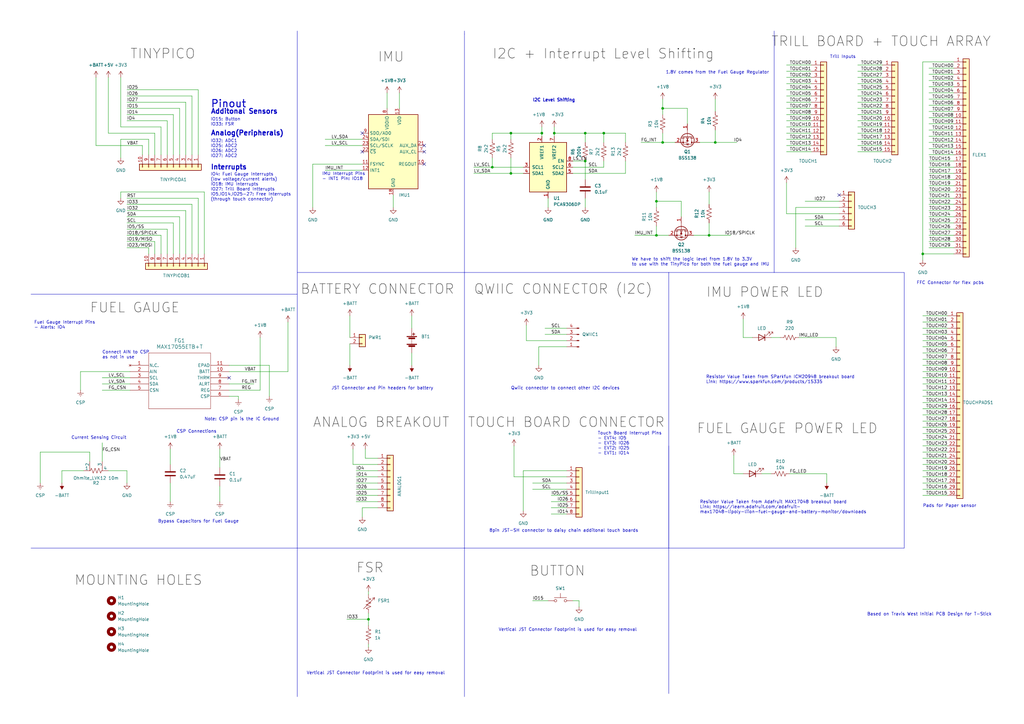
<source format=kicad_sch>
(kicad_sch (version 20230121) (generator eeschema)
  (paper "A3")
  (junction (at 271.78 58.42))
  (junction (at 209.55 71.12))
  (junction (at 201.93 68.58))
  (junction (at 378.46 104.14))
  (junction (at 222.25 54.61))
  (junction (at 290.83 96.52))
  (junction (at 247.65 54.61))
  (junction (at 209.55 54.61))
  (junction (at 151.13 254))
  (junction (at 293.37 58.42))
  (junction (at 240.03 66.04))
  (junction (at 271.78 44.45))
  (junction (at 269.24 82.55))
  (junction (at 240.03 54.61))
  (junction (at 269.24 96.52))
  (junction (at 227.33 54.61))
  (no_connect (at 148.59 62.23))
  (no_connect (at 93.98 154.94))
  (no_connect (at 173.99 67.31))
  (no_connect (at 344.17 80.01))
  (no_connect (at 173.99 62.23))
  (no_connect (at 148.59 54.61))
  (no_connect (at 173.99 59.69))
  (wire (pts (xy 218.44 198.12) (xy 232.41 198.12)))
  (wire (pts (xy 63.5 54.61) (xy 63.5 63.5)))
  (wire (pts (xy 391.16 73.66) (xy 381 73.66)))
  (wire (pts (xy 146.05 205.74) (xy 154.94 205.74)))
  (wire (pts (xy 52.07 99.06) (xy 63.5 99.06)))
  (wire (pts (xy 381 63.5) (xy 391.16 63.5)))
  (wire (pts (xy 342.9 138.43) (xy 342.9 142.24)))
  (wire (pts (xy 146.05 198.12) (xy 154.94 198.12)))
  (wire (pts (xy 161.29 80.01) (xy 161.29 85.09)))
  (wire (pts (xy 381 50.8) (xy 391.16 50.8)))
  (wire (pts (xy 214.63 193.04) (xy 214.63 209.55)))
  (wire (pts (xy 209.55 71.12) (xy 214.63 71.12)))
  (wire (pts (xy 351.79 54.61) (xy 361.95 54.61)))
  (wire (pts (xy 154.94 187.96) (xy 149.86 187.96)))
  (wire (pts (xy 25.4 193.04) (xy 25.4 198.12)))
  (wire (pts (xy 378.46 142.24) (xy 388.62 142.24)))
  (polyline (pts (xy 274.32 182.88) (xy 274.32 224.79)))
  (wire (pts (xy 149.86 184.15) (xy 149.86 187.96)))
  (wire (pts (xy 391.16 76.2) (xy 381 76.2)))
  (wire (pts (xy 293.37 53.34) (xy 293.37 58.42)))
  (wire (pts (xy 146.05 203.2) (xy 154.94 203.2)))
  (wire (pts (xy 269.24 78.74) (xy 269.24 82.55)))
  (wire (pts (xy 391.16 99.06) (xy 381 99.06)))
  (wire (pts (xy 93.98 160.02) (xy 106.68 160.02)))
  (wire (pts (xy 271.78 54.61) (xy 271.78 58.42)))
  (wire (pts (xy 52.07 36.83) (xy 81.28 36.83)))
  (wire (pts (xy 391.16 25.4) (xy 378.46 25.4)))
  (wire (pts (xy 73.66 44.45) (xy 73.66 63.5)))
  (wire (pts (xy 90.17 184.15) (xy 90.17 191.77)))
  (wire (pts (xy 226.06 208.28) (xy 232.41 208.28)))
  (polyline (pts (xy 190.5 224.79) (xy 190.5 285.75)))
  (wire (pts (xy 234.95 246.38) (xy 237.49 246.38)))
  (polyline (pts (xy 190.5 12.7) (xy 190.5 13.97)))
  (wire (pts (xy 260.35 96.52) (xy 269.24 96.52)))
  (wire (pts (xy 391.16 96.52) (xy 381 96.52)))
  (wire (pts (xy 52.07 193.04) (xy 52.07 198.12)))
  (wire (pts (xy 322.58 34.29) (xy 332.74 34.29)))
  (wire (pts (xy 106.68 138.43) (xy 106.68 160.02)))
  (wire (pts (xy 163.83 38.1) (xy 163.83 44.45)))
  (wire (pts (xy 93.98 157.48) (xy 104.14 157.48)))
  (wire (pts (xy 226.06 205.74) (xy 232.41 205.74)))
  (wire (pts (xy 262.89 58.42) (xy 271.78 58.42)))
  (wire (pts (xy 210.82 195.58) (xy 232.41 195.58)))
  (polyline (pts (xy 317.5 16.51) (xy 317.5 111.76)))
  (wire (pts (xy 378.46 104.14) (xy 378.46 106.68)))
  (wire (pts (xy 215.9 139.7) (xy 232.41 139.7)))
  (wire (pts (xy 168.91 149.86) (xy 168.91 144.78)))
  (wire (pts (xy 378.46 160.02) (xy 388.62 160.02)))
  (wire (pts (xy 69.85 198.12) (xy 69.85 205.74)))
  (polyline (pts (xy 190.5 111.76) (xy 190.5 224.79)))
  (wire (pts (xy 49.53 81.28) (xy 49.53 78.74)))
  (wire (pts (xy 71.12 46.99) (xy 71.12 63.5)))
  (polyline (pts (xy 12.7 224.79) (xy 121.92 224.79)))
  (wire (pts (xy 304.8 194.31) (xy 300.99 194.31)))
  (wire (pts (xy 391.16 83.82) (xy 381 83.82)))
  (wire (pts (xy 143.51 140.97) (xy 143.51 149.86)))
  (wire (pts (xy 322.58 29.21) (xy 332.74 29.21)))
  (wire (pts (xy 151.13 251.46) (xy 151.13 254)))
  (wire (pts (xy 281.94 44.45) (xy 271.78 44.45)))
  (wire (pts (xy 378.46 187.96) (xy 388.62 187.96)))
  (wire (pts (xy 214.63 193.04) (xy 232.41 193.04)))
  (wire (pts (xy 378.46 175.26) (xy 388.62 175.26)))
  (wire (pts (xy 378.46 129.54) (xy 388.62 129.54)))
  (wire (pts (xy 227.33 54.61) (xy 240.03 54.61)))
  (wire (pts (xy 322.58 74.93) (xy 322.58 87.63)))
  (wire (pts (xy 49.53 31.75) (xy 49.53 52.07)))
  (wire (pts (xy 378.46 162.56) (xy 388.62 162.56)))
  (wire (pts (xy 240.03 58.42) (xy 240.03 54.61)))
  (wire (pts (xy 322.58 36.83) (xy 332.74 36.83)))
  (wire (pts (xy 41.91 154.94) (xy 53.34 154.94)))
  (wire (pts (xy 66.04 96.52) (xy 66.04 104.14)))
  (wire (pts (xy 49.53 57.15) (xy 60.96 57.15)))
  (wire (pts (xy 223.52 137.16) (xy 232.41 137.16)))
  (wire (pts (xy 52.07 101.6) (xy 60.96 101.6)))
  (wire (pts (xy 90.17 199.39) (xy 90.17 205.74)))
  (wire (pts (xy 44.45 193.04) (xy 52.07 193.04)))
  (wire (pts (xy 73.66 88.9) (xy 73.66 104.14)))
  (wire (pts (xy 234.95 71.12) (xy 256.54 71.12)))
  (wire (pts (xy 226.06 210.82) (xy 232.41 210.82)))
  (wire (pts (xy 351.79 46.99) (xy 361.95 46.99)))
  (wire (pts (xy 222.25 52.07) (xy 222.25 54.61)))
  (wire (pts (xy 52.07 44.45) (xy 73.66 44.45)))
  (wire (pts (xy 281.94 50.8) (xy 281.94 44.45)))
  (wire (pts (xy 351.79 29.21) (xy 361.95 29.21)))
  (wire (pts (xy 25.4 193.04) (xy 34.29 193.04)))
  (wire (pts (xy 52.07 96.52) (xy 66.04 96.52)))
  (wire (pts (xy 378.46 185.42) (xy 388.62 185.42)))
  (wire (pts (xy 209.55 64.77) (xy 209.55 71.12)))
  (wire (pts (xy 44.45 31.75) (xy 44.45 54.61)))
  (wire (pts (xy 284.48 96.52) (xy 290.83 96.52)))
  (wire (pts (xy 381 27.94) (xy 391.16 27.94)))
  (wire (pts (xy 381 35.56) (xy 391.16 35.56)))
  (polyline (pts (xy 370.84 224.79) (xy 274.32 224.79)))
  (wire (pts (xy 52.07 91.44) (xy 71.12 91.44)))
  (wire (pts (xy 391.16 68.58) (xy 381 68.58)))
  (wire (pts (xy 322.58 52.07) (xy 332.74 52.07)))
  (wire (pts (xy 223.52 134.62) (xy 232.41 134.62)))
  (wire (pts (xy 269.24 96.52) (xy 274.32 96.52)))
  (wire (pts (xy 378.46 195.58) (xy 388.62 195.58)))
  (wire (pts (xy 322.58 46.99) (xy 332.74 46.99)))
  (wire (pts (xy 52.07 93.98) (xy 68.58 93.98)))
  (wire (pts (xy 60.96 101.6) (xy 60.96 104.14)))
  (wire (pts (xy 133.35 59.69) (xy 148.59 59.69)))
  (wire (pts (xy 271.78 58.42) (xy 276.86 58.42)))
  (wire (pts (xy 118.11 132.08) (xy 118.11 152.4)))
  (wire (pts (xy 52.07 86.36) (xy 76.2 86.36)))
  (wire (pts (xy 378.46 132.08) (xy 388.62 132.08)))
  (wire (pts (xy 63.5 99.06) (xy 63.5 104.14)))
  (wire (pts (xy 33.02 152.4) (xy 53.34 152.4)))
  (wire (pts (xy 351.79 52.07) (xy 361.95 52.07)))
  (wire (pts (xy 351.79 34.29) (xy 361.95 34.29)))
  (wire (pts (xy 381 60.96) (xy 391.16 60.96)))
  (wire (pts (xy 234.95 68.58) (xy 247.65 68.58)))
  (wire (pts (xy 110.49 149.86) (xy 110.49 162.56)))
  (polyline (pts (xy 121.92 12.7) (xy 121.92 285.75)))
  (wire (pts (xy 218.44 246.38) (xy 224.79 246.38)))
  (wire (pts (xy 247.65 68.58) (xy 247.65 66.04)))
  (wire (pts (xy 151.13 254) (xy 151.13 256.54)))
  (wire (pts (xy 381 30.48) (xy 391.16 30.48)))
  (wire (pts (xy 142.24 254) (xy 151.13 254)))
  (wire (pts (xy 339.09 194.31) (xy 339.09 198.12)))
  (wire (pts (xy 326.39 85.09) (xy 326.39 101.6)))
  (wire (pts (xy 290.83 91.44) (xy 290.83 96.52)))
  (wire (pts (xy 146.05 195.58) (xy 154.94 195.58)))
  (wire (pts (xy 378.46 134.62) (xy 388.62 134.62)))
  (wire (pts (xy 256.54 58.42) (xy 256.54 54.61)))
  (wire (pts (xy 36.83 185.42) (xy 36.83 189.23)))
  (wire (pts (xy 148.59 67.31) (xy 128.27 67.31)))
  (wire (pts (xy 52.07 41.91) (xy 76.2 41.91)))
  (wire (pts (xy 133.35 57.15) (xy 148.59 57.15)))
  (wire (pts (xy 391.16 81.28) (xy 381 81.28)))
  (polyline (pts (xy 190.5 13.97) (xy 190.5 111.76)))
  (wire (pts (xy 201.93 64.77) (xy 201.93 68.58)))
  (wire (pts (xy 224.79 85.09) (xy 224.79 81.28)))
  (wire (pts (xy 351.79 26.67) (xy 361.95 26.67)))
  (wire (pts (xy 293.37 40.64) (xy 293.37 45.72)))
  (wire (pts (xy 378.46 170.18) (xy 388.62 170.18)))
  (wire (pts (xy 158.75 38.1) (xy 158.75 44.45)))
  (wire (pts (xy 66.04 52.07) (xy 66.04 63.5)))
  (wire (pts (xy 378.46 152.4) (xy 388.62 152.4)))
  (wire (pts (xy 218.44 200.66) (xy 232.41 200.66)))
  (wire (pts (xy 16.51 185.42) (xy 36.83 185.42)))
  (wire (pts (xy 52.07 83.82) (xy 78.74 83.82)))
  (wire (pts (xy 330.2 90.17) (xy 344.17 90.17)))
  (wire (pts (xy 237.49 246.38) (xy 237.49 248.92)))
  (wire (pts (xy 381 38.1) (xy 391.16 38.1)))
  (wire (pts (xy 293.37 58.42) (xy 302.26 58.42)))
  (wire (pts (xy 201.93 68.58) (xy 214.63 68.58)))
  (wire (pts (xy 381 45.72) (xy 391.16 45.72)))
  (wire (pts (xy 279.4 82.55) (xy 269.24 82.55)))
  (wire (pts (xy 269.24 82.55) (xy 269.24 85.09)))
  (wire (pts (xy 209.55 54.61) (xy 222.25 54.61)))
  (wire (pts (xy 78.74 39.37) (xy 78.74 63.5)))
  (wire (pts (xy 378.46 172.72) (xy 388.62 172.72)))
  (wire (pts (xy 391.16 93.98) (xy 381 93.98)))
  (wire (pts (xy 78.74 83.82) (xy 78.74 104.14)))
  (wire (pts (xy 290.83 78.74) (xy 290.83 83.82)))
  (wire (pts (xy 76.2 86.36) (xy 76.2 104.14)))
  (wire (pts (xy 52.07 81.28) (xy 81.28 81.28)))
  (wire (pts (xy 279.4 88.9) (xy 279.4 82.55)))
  (wire (pts (xy 226.06 203.2) (xy 232.41 203.2)))
  (wire (pts (xy 97.79 163.83) (xy 97.79 162.56)))
  (wire (pts (xy 16.51 185.42) (xy 16.51 198.12)))
  (wire (pts (xy 378.46 200.66) (xy 388.62 200.66)))
  (wire (pts (xy 391.16 66.04) (xy 381 66.04)))
  (wire (pts (xy 52.07 88.9) (xy 73.66 88.9)))
  (wire (pts (xy 300.99 186.69) (xy 300.99 194.31)))
  (wire (pts (xy 49.53 57.15) (xy 49.53 64.77)))
  (wire (pts (xy 52.07 46.99) (xy 71.12 46.99)))
  (wire (pts (xy 304.8 130.81) (xy 304.8 138.43)))
  (wire (pts (xy 391.16 101.6) (xy 381 101.6)))
  (wire (pts (xy 97.79 162.56) (xy 93.98 162.56)))
  (polyline (pts (xy 121.92 224.79) (xy 190.5 224.79)))
  (wire (pts (xy 58.42 59.69) (xy 58.42 63.5)))
  (wire (pts (xy 220.98 142.24) (xy 232.41 142.24)))
  (wire (pts (xy 33.02 152.4) (xy 33.02 160.02)))
  (wire (pts (xy 391.16 91.44) (xy 381 91.44)))
  (polyline (pts (xy 274.32 111.76) (xy 317.5 111.76)))
  (wire (pts (xy 322.58 26.67) (xy 332.74 26.67)))
  (wire (pts (xy 378.46 177.8) (xy 388.62 177.8)))
  (wire (pts (xy 53.34 157.48) (xy 41.91 157.48)))
  (wire (pts (xy 148.59 208.28) (xy 154.94 208.28)))
  (wire (pts (xy 381 43.18) (xy 391.16 43.18)))
  (wire (pts (xy 41.91 181.61) (xy 41.91 189.23)))
  (wire (pts (xy 52.07 39.37) (xy 78.74 39.37)))
  (wire (pts (xy 322.58 59.69) (xy 332.74 59.69)))
  (wire (pts (xy 378.46 25.4) (xy 378.46 104.14)))
  (wire (pts (xy 378.46 190.5) (xy 388.62 190.5)))
  (wire (pts (xy 378.46 180.34) (xy 388.62 180.34)))
  (wire (pts (xy 247.65 54.61) (xy 256.54 54.61)))
  (wire (pts (xy 391.16 86.36) (xy 381 86.36)))
  (wire (pts (xy 154.94 190.5) (xy 144.78 190.5)))
  (wire (pts (xy 391.16 88.9) (xy 381 88.9)))
  (wire (pts (xy 41.91 160.02) (xy 53.34 160.02)))
  (wire (pts (xy 351.79 59.69) (xy 361.95 59.69)))
  (wire (pts (xy 378.46 144.78) (xy 388.62 144.78)))
  (wire (pts (xy 143.51 138.43) (xy 143.51 129.54)))
  (polyline (pts (xy 274.32 111.76) (xy 274.32 284.48)))
  (wire (pts (xy 322.58 49.53) (xy 332.74 49.53)))
  (wire (pts (xy 49.53 78.74) (xy 83.82 78.74)))
  (polyline (pts (xy 121.92 111.76) (xy 274.32 111.76)))
  (wire (pts (xy 330.2 82.55) (xy 344.17 82.55)))
  (wire (pts (xy 322.58 62.23) (xy 332.74 62.23)))
  (wire (pts (xy 381 55.88) (xy 391.16 55.88)))
  (wire (pts (xy 381 33.02) (xy 391.16 33.02)))
  (wire (pts (xy 351.79 44.45) (xy 361.95 44.45)))
  (wire (pts (xy 49.53 52.07) (xy 66.04 52.07)))
  (wire (pts (xy 148.59 208.28) (xy 148.59 212.09)))
  (wire (pts (xy 151.13 264.16) (xy 151.13 265.43)))
  (wire (pts (xy 44.45 54.61) (xy 63.5 54.61)))
  (wire (pts (xy 269.24 92.71) (xy 269.24 96.52)))
  (wire (pts (xy 322.58 31.75) (xy 332.74 31.75)))
  (wire (pts (xy 322.58 57.15) (xy 332.74 57.15)))
  (wire (pts (xy 240.03 66.04) (xy 240.03 73.66)))
  (wire (pts (xy 351.79 62.23) (xy 361.95 62.23)))
  (wire (pts (xy 151.13 242.57) (xy 151.13 243.84)))
  (wire (pts (xy 378.46 139.7) (xy 388.62 139.7)))
  (wire (pts (xy 39.37 31.75) (xy 39.37 59.69)))
  (wire (pts (xy 76.2 41.91) (xy 76.2 63.5)))
  (wire (pts (xy 133.35 69.85) (xy 148.59 69.85)))
  (wire (pts (xy 378.46 193.04) (xy 388.62 193.04)))
  (wire (pts (xy 168.91 129.54) (xy 168.91 134.62)))
  (wire (pts (xy 322.58 87.63) (xy 344.17 87.63)))
  (wire (pts (xy 146.05 200.66) (xy 154.94 200.66)))
  (wire (pts (xy 322.58 54.61) (xy 332.74 54.61)))
  (wire (pts (xy 378.46 198.12) (xy 388.62 198.12)))
  (wire (pts (xy 227.33 52.07) (xy 227.33 54.61)))
  (wire (pts (xy 209.55 57.15) (xy 209.55 54.61)))
  (wire (pts (xy 351.79 57.15) (xy 361.95 57.15)))
  (wire (pts (xy 378.46 149.86) (xy 388.62 149.86)))
  (wire (pts (xy 240.03 81.28) (xy 240.03 85.09)))
  (wire (pts (xy 378.46 157.48) (xy 388.62 157.48)))
  (polyline (pts (xy 370.84 111.76) (xy 370.84 224.79)))
  (polyline (pts (xy 12.7 120.65) (xy 121.92 120.65)))
  (wire (pts (xy 81.28 81.28) (xy 81.28 104.14)))
  (wire (pts (xy 247.65 58.42) (xy 247.65 54.61)))
  (wire (pts (xy 201.93 57.15) (xy 201.93 54.61)))
  (wire (pts (xy 71.12 91.44) (xy 71.12 104.14)))
  (wire (pts (xy 351.79 36.83) (xy 361.95 36.83)))
  (wire (pts (xy 215.9 139.7) (xy 215.9 133.35)))
  (wire (pts (xy 381 40.64) (xy 391.16 40.64)))
  (wire (pts (xy 378.46 154.94) (xy 388.62 154.94)))
  (wire (pts (xy 81.28 36.83) (xy 81.28 63.5)))
  (wire (pts (xy 60.96 57.15) (xy 60.96 63.5)))
  (wire (pts (xy 391.16 71.12) (xy 381 71.12)))
  (wire (pts (xy 326.39 85.09) (xy 344.17 85.09)))
  (wire (pts (xy 322.58 39.37) (xy 332.74 39.37)))
  (wire (pts (xy 381 48.26) (xy 391.16 48.26)))
  (wire (pts (xy 290.83 96.52) (xy 299.72 96.52)))
  (wire (pts (xy 146.05 193.04) (xy 154.94 193.04)))
  (wire (pts (xy 378.46 167.64) (xy 388.62 167.64)))
  (wire (pts (xy 327.66 138.43) (xy 342.9 138.43)))
  (wire (pts (xy 378.46 182.88) (xy 388.62 182.88)))
  (wire (pts (xy 287.02 58.42) (xy 293.37 58.42)))
  (wire (pts (xy 351.79 41.91) (xy 361.95 41.91)))
  (wire (pts (xy 128.27 67.31) (xy 128.27 85.09)))
  (wire (pts (xy 323.85 194.31) (xy 339.09 194.31)))
  (wire (pts (xy 351.79 39.37) (xy 361.95 39.37)))
  (wire (pts (xy 240.03 54.61) (xy 247.65 54.61)))
  (wire (pts (xy 330.2 92.71) (xy 344.17 92.71)))
  (wire (pts (xy 271.78 40.64) (xy 271.78 44.45)))
  (polyline (pts (xy 317.5 12.7) (xy 317.5 16.51)))
  (wire (pts (xy 194.31 71.12) (xy 209.55 71.12)))
  (wire (pts (xy 316.23 138.43) (xy 320.04 138.43)))
  (wire (pts (xy 381 58.42) (xy 391.16 58.42)))
  (wire (pts (xy 83.82 78.74) (xy 83.82 104.14)))
  (wire (pts (xy 220.98 142.24) (xy 220.98 149.86)))
  (wire (pts (xy 201.93 54.61) (xy 209.55 54.61)))
  (wire (pts (xy 312.42 194.31) (xy 316.23 194.31)))
  (polyline (pts (xy 190.5 224.79) (xy 274.32 224.79)))
  (wire (pts (xy 256.54 71.12) (xy 256.54 66.04)))
  (wire (pts (xy 52.07 49.53) (xy 68.58 49.53)))
  (wire (pts (xy 351.79 49.53) (xy 361.95 49.53)))
  (wire (pts (xy 93.98 152.4) (xy 118.11 152.4)))
  (wire (pts (xy 322.58 44.45) (xy 332.74 44.45)))
  (wire (pts (xy 144.78 184.15) (xy 144.78 190.5)))
  (wire (pts (xy 378.46 165.1) (xy 388.62 165.1)))
  (wire (pts (xy 39.37 59.69) (xy 58.42 59.69)))
  (wire (pts (xy 308.61 138.43) (xy 304.8 138.43)))
  (wire (pts (xy 378.46 104.14) (xy 391.16 104.14)))
  (wire (pts (xy 68.58 93.98) (xy 68.58 104.14)))
  (polyline (pts (xy 317.5 111.76) (xy 370.84 111.76)))
  (wire (pts (xy 210.82 182.88) (xy 210.82 195.58)))
  (wire (pts (xy 68.58 49.53) (xy 68.58 63.5)))
  (wire (pts (xy 222.25 54.61) (xy 222.25 55.88)))
  (wire (pts (xy 381 53.34) (xy 391.16 53.34)))
  (wire (pts (xy 227.33 54.61) (xy 227.33 55.88)))
  (wire (pts (xy 322.58 41.91) (xy 332.74 41.91)))
  (wire (pts (xy 378.46 147.32) (xy 388.62 147.32)))
  (wire (pts (xy 110.49 149.86) (xy 93.98 149.86)))
  (wire (pts (xy 69.85 184.15) (xy 69.85 190.5)))
  (wire (pts (xy 271.78 44.45) (xy 271.78 46.99)))
  (wire (pts (xy 378.46 137.16) (xy 388.62 137.16)))
  (wire (pts (xy 378.46 203.2) (xy 388.62 203.2)))
  (wire (pts (xy 234.95 66.04) (xy 240.03 66.04)))
  (wire (pts (xy 194.31 68.58) (xy 201.93 68.58)))
  (wire (pts (xy 391.16 78.74) (xy 381 78.74)))
  (wire (pts (xy 351.79 31.75) (xy 361.95 31.75)))
  (text "Trill Inputs" (at 340.36 24.13 0) (effects (font (size 1.27 1.27)) (justify left bottom)))
  (text "1.8V comes from the Fuel Gauge Regulator" (at 273.05 30.48 0) (effects (font (size 1.27 1.27)) (justify left bottom)))
  (text "Connect AIN to CSP \nas not in use" (at 41.91 147.32 0) (effects (font (size 1.27 1.27)) (justify left bottom)))
  (text "Qwiic connector to connect other I2C devices" (at 209.55 160.02 0) (effects (font (size 1.27 1.27)) (justify left bottom)))
  (text "Pinout" (at 86.36 44.45 0) (effects (font (size 3 3) (thickness 0.4) bold) (justify left bottom)))
  (text "Fuel Gauge Interrupt Pins\n- Alerts: IO4\n\n" (at 13.97 137.16 0) (effects (font (size 1.27 1.27)) (justify left bottom)))
  (text "IO15: Button\nIO33: FSR\n\n\n" (at 86.36 55.88 0) (effects (font (size 1.27 1.27)) (justify left bottom)))
  (text "Additonal Sensors" (at 86.36 46.99 0) (effects (font (size 2 2) bold) (justify left bottom)))
  (text "Analog(Peripherals)\n" (at 86.36 55.88 0) (effects (font (size 2 2) (thickness 0.4) bold) (justify left bottom)))
  (text "JST Connector and Pin headers for battery\n" (at 135.89 160.02 0) (effects (font (size 1.27 1.27)) (justify left bottom)))
  (text "Current Sensing Circuit" (at 29.21 180.34 0) (effects (font (size 1.27 1.27)) (justify left bottom)))
  (text "\n" (at 86.36 52.07 0) (effects (font (size 1.27 1.27)) (justify left bottom)))
  (text "Resistor Value Taken from Adafruit MAX17048 breakout board\nLink: https://learn.adafruit.com/adafruit-\nmax17048-lipoly-liion-fuel-gauge-and-battery-monitor/downloads" (at 287.02 210.82 0) (effects (font (size 1.27 1.27)) (justify left bottom)))
  (text "IO32: ADC1\nIO25: ADC2\nIO26: ADC2\nIO27: ADC2" (at 86.36 64.77 0) (effects (font (size 1.27 1.27)) (justify left bottom)))
  (text "IMU Interrupt Pins\n- INT1 Pin: IO18\n\n" (at 132.08 76.2 0) (effects (font (size 1.27 1.27)) (justify left bottom)))
  (text "FFC Connector for flex pcbs" (at 375.92 116.84 0) (effects (font (size 1.27 1.27)) (justify left bottom)))
  (text "IO4: Fuel Gauge Interrupts \n(low voltage/current alerts)\nIO18: IMU Interrupts\nIO27: Trill Board Intterupts\nIO5,IO14,IO25-27: Free Interrupts \n(through touch connector)" (at 86.36 82.55 0) (effects (font (size 1.27 1.27)) (justify left bottom)))
  (text "Vertical JST Connector Footprint is used for easy removal" (at 125.73 276.86 0) (effects (font (size 1.27 1.27)) (justify left bottom)))
  (text "We have to shift the logic level from 1.8V to 3.3V \nto use with the TinyPico for both the fuel gauge and IMU" (at 259.08 109.22 0) (effects (font (size 1.27 1.27)) (justify left bottom)))
  (text "Bypass Capacitors for Fuel Gauge" (at 64.77 214.63 0) (effects (font (size 1.27 1.27)) (justify left bottom)))
  (text "Interrupts" (at 86.36 69.85 0) (effects (font (size 2 2) (thickness 0.4) bold) (justify left bottom)))
  (text "Vertical JST Connector Footprint is used for easy removal" (at 204.47 259.08 0) (effects (font (size 1.27 1.27)) (justify left bottom)))
  (text "Touch Board Interrupt Pins\n- EVT4: IO5\n- EVT3: IO26\n- EVT2: IO25\n- EVT1: IO14" (at 245.11 186.69 0) (effects (font (size 1.27 1.27)) (justify left bottom)))
  (text "Based on Travis West Initial PCB Design for T-Stick\n" (at 355.6 252.73 0) (effects (font (size 1.27 1.27)) (justify left bottom)))
  (text "Resistor Value Taken from SParkfun ICM20948 breakout board\nLink: https://www.sparkfun.com/products/15335" (at 289.56 157.48 0) (effects (font (size 1.27 1.27)) (justify left bottom)))
  (text "8pin JST-SH connector to daisy chain additonal touch boards" (at 200.66 218.44 0) (effects (font (size 1.27 1.27)) (justify left bottom)))
  (text "CSP Connections\n" (at 72.39 177.8 0) (effects (font (size 1.27 1.27)) (justify left bottom)))
  (text "Note: CSP pin is the IC Ground" (at 83.82 172.72 0) (effects (font (size 1.27 1.27)) (justify left bottom)))
  (text "I2C Level Shifting" (at 218.44 41.91 0) (effects (font (size 1.27 1.27) bold) (justify left bottom)))
  (text "Pads for Paper sensor" (at 378.46 208.28 0) (effects (font (size 1.27 1.27)) (justify left bottom)))
  (label "SCL" (at 334.01 92.71 0))
  (label "TOUCH13" (at 382.27 60.96 0))
  (label "IMU_INT" (at 260.35 96.52 0))
  (label "IO18{slash}SPICLK" (at 52.07 96.52 0))
  (label "TOUCH26" (at 353.06 34.29 0))
  (label "TOUCH15" (at 389.89 66.04 180))
  (label "TOUCH24" (at 353.06 39.37 0))
  (label "IO27" (at 334.01 82.55 0))
  (label "TOUCH05" (at 379.73 142.24 0))
  (label "LV_SCL" (at 194.31 68.58 0))
  (label "TOUCH07" (at 382.27 45.72 0))
  (label "TOUCH03" (at 323.85 34.29 0))
  (label "TOUCH01" (at 382.27 30.48 0))
  (label "TOUCH17" (at 379.73 198.12 0))
  (label "TOUCH19" (at 353.06 52.07 0))
  (label "IO4" (at 146.05 193.04 0))
  (label "TOUCH02" (at 379.73 134.62 0))
  (label "TOUCH16" (at 353.06 59.69 0))
  (label "TOUCH03" (at 379.73 137.16 0))
  (label "TOUCH11" (at 379.73 157.48 0))
  (label "IO26" (at 228.6 205.74 0))
  (label "FG_LED" (at 323.85 194.31 0))
  (label "FSR" (at 146.05 236.22 0) (effects (font (size 4 4))))
  (label "IO4" (at 52.07 49.53 0))
  (label "TOUCH19" (at 379.73 193.04 0))
  (label "TOUCH04" (at 323.85 36.83 0))
  (label "FUEL GAUGE" (at 36.83 129.54 0) (effects (font (size 4 4))))
  (label "IO26" (at 52.07 39.37 0))
  (label "TOUCH23" (at 353.06 41.91 0))
  (label "TOUCH25" (at 379.73 177.8 0))
  (label "IO33" (at 142.24 254 0))
  (label "TOUCH11" (at 382.27 55.88 0))
  (label "TOUCH11" (at 323.85 54.61 0))
  (label "TOUCH21" (at 353.06 46.99 0))
  (label "IMU POWER LED" (at 289.56 123.19 0) (effects (font (size 4 4))))
  (label "TOUCH10" (at 379.73 154.94 0))
  (label "SDA" (at 226.06 137.16 0))
  (label "IO25" (at 146.05 203.2 0))
  (label "SCL" (at 52.07 91.44 0))
  (label "TOUCH05" (at 323.85 39.37 0))
  (label "TOUCH20" (at 379.73 190.5 0))
  (label "TOUCH06" (at 323.85 41.91 0))
  (label "TOUCH21" (at 379.73 187.96 0))
  (label "BATTERY CONNECTOR" (at 123.19 121.92 0) (effects (font (size 4 4))))
  (label "IMU_LED" (at 327.66 138.43 0))
  (label "TOUCH04" (at 382.27 38.1 0))
  (label "IMU" (at 154.94 26.67 0) (effects (font (size 4 4))))
  (label "TOUCH08" (at 379.73 149.86 0))
  (label "SCL" (at 241.3 68.58 0))
  (label "IO33" (at 52.07 83.82 0))
  (label "TOUCH02" (at 323.85 31.75 0))
  (label "TOUCH15" (at 353.06 62.23 0))
  (label "TOUCH23" (at 379.73 182.88 0))
  (label "ANALOG BREAKOUT" (at 128.27 176.53 0) (effects (font (size 4 4))))
  (label "MOUNTING HOLES" (at 30.48 241.3 0) (effects (font (size 4 4))))
  (label "TOUCH07" (at 323.85 44.45 0))
  (label "TOUCH01" (at 323.85 29.21 0))
  (label "TOUCH08" (at 382.27 48.26 0))
  (label "IO23{slash}MOSI" (at 52.07 101.6 0))
  (label "TOUCH BOARD CONNECTOR" (at 191.77 176.53 0) (effects (font (size 4 4))))
  (label "TOUCH01" (at 379.73 132.08 0))
  (label "TOUCH29" (at 379.73 167.64 0))
  (label "IO14" (at 228.6 210.82 0))
  (label "BUTTON" (at 217.17 237.49 0) (effects (font (size 4 4))))
  (label "TOUCH14" (at 382.27 63.5 0))
  (label "RST" (at 52.07 81.28 0))
  (label "TOUCH12" (at 323.85 57.15 0))
  (label "TOUCH18" (at 379.73 195.58 0))
  (label "TOUCH06" (at 379.73 144.78 0))
  (label "IO32" (at 52.07 86.36 0))
  (label "TOUCH23" (at 389.89 86.36 180))
  (label "TOUCH21" (at 389.89 81.28 180))
  (label "IO14" (at 146.05 195.58 0))
  (label "IO32" (at 146.05 205.74 0))
  (label "TOUCH20" (at 353.06 49.53 0))
  (label "IO26" (at 146.05 200.66 0))
  (label "VBAT" (at 52.07 59.69 0))
  (label "LV_SCL" (at 135.89 59.69 0))
  (label "TOUCH27" (at 379.73 172.72 0))
  (label "IO18{slash}SPICLK" (at 297.18 96.52 0))
  (label "IO25" (at 228.6 208.28 0))
  (label "TOUCH05" (at 382.27 40.64 0))
  (label "IO27" (at 146.05 198.12 0))
  (label "TOUCH03" (at 382.27 35.56 0))
  (label "TINYPICO" (at 53.34 25.4 0) (effects (font (size 4 4))))
  (label "TOUCH18" (at 389.89 73.66 180))
  (label "SDA" (at 241.3 71.12 0))
  (label "IO14" (at 52.07 46.99 0))
  (label "TOUCH22" (at 389.89 83.82 180))
  (label "TOUCH26" (at 389.89 93.98 180))
  (label "LV_SDA" (at 135.89 57.15 0))
  (label "TOUCH00" (at 323.85 26.67 0))
  (label "IO5{slash}SS" (at 52.07 93.98 0))
  (label "TOUCH09" (at 382.27 50.8 0))
  (label "REG" (at 99.06 160.02 0))
  (label "TOUCH19" (at 389.89 76.2 180))
  (label "SDA" (at 222.25 198.12 0))
  (label "IO25" (at 52.07 36.83 0))
  (label "TOUCH28" (at 353.06 29.21 0))
  (label "TOUCH22" (at 353.06 44.45 0))
  (label "TOUCH02" (at 382.27 33.02 0))
  (label "TOUCH04" (at 379.73 139.7 0))
  (label "TOUCH29" (at 389.89 101.6 180))
  (label "FG_CSN" (at 44.45 160.02 0))
  (label "IMU_INT" (at 133.35 69.85 0))
  (label "TOUCH24" (at 379.73 180.34 0))
  (label "TOUCH25" (at 389.89 91.44 180))
  (label "TOUCH00" (at 382.27 27.94 0))
  (label "TOUCH09" (at 379.73 152.4 0))
  (label "TOUCH16" (at 379.73 200.66 0))
  (label "TOUCH22" (at 379.73 185.42 0))
  (label "TOUCH08" (at 323.85 46.99 0))
  (label "TOUCH29" (at 353.06 26.67 0))
  (label "TOUCH28" (at 389.89 99.06 180))
  (label "TOUCH17" (at 389.89 71.12 180))
  (label "TOUCH28" (at 379.73 170.18 0))
  (label "TOUCH13" (at 379.73 162.56 0))
  (label "TOUCH15" (at 379.73 203.2 0))
  (label "TOUCH14" (at 379.73 165.1 0))
  (label "TOUCH13" (at 323.85 59.69 0))
  (label "SDA" (at 334.01 90.17 0))
  (label "TOUCH24" (at 389.89 88.9 180))
  (label "IO19{slash}MISO" (at 52.07 99.06 0))
  (label "TOUCH14" (at 323.85 62.23 0))
  (label "TOUCH10" (at 323.85 52.07 0))
  (label "SDA" (at 52.07 88.9 0))
  (label "TOUCH17" (at 353.06 57.15 0))
  (label "TOUCH12" (at 379.73 160.02 0))
  (label "TOUCH25" (at 353.06 36.83 0))
  (label "TOUCH09" (at 323.85 49.53 0))
  (label "TOUCH27" (at 353.06 31.75 0))
  (label "LV_SCL" (at 44.45 154.94 0))
  (label "TOUCH10" (at 382.27 53.34 0))
  (label "LS_EN" (at 234.95 66.04 0))
  (label "SCL" (at 222.25 200.66 0))
  (label "TOUCH12" (at 382.27 58.42 0))
  (label "VBAT" (at 100.33 152.4 0))
  (label "TOUCH07" (at 379.73 147.32 0))
  (label "IO5{slash}SS" (at 226.06 203.2 0))
  (label "TOUCH27" (at 389.89 96.52 180))
  (label "TOUCH00" (at 379.73 129.54 0))
  (label "FUEL GAUGE POWER LED" (at 285.75 179.07 0) (effects (font (size 4 4))))
  (label "IO15" (at 218.44 246.38 0))
  (label "LV_SDA" (at 44.45 157.48 0))
  (label "VBAT" (at 90.17 189.23 0))
  (label "IO4" (at 300.99 58.42 0))
  (label "IO15" (at 52.07 44.45 0))
  (label "FG_INT" (at 99.06 157.48 0))
  (label "TOUCH26" (at 379.73 175.26 0))
  (label "SCL" (at 226.06 134.62 0))
  (label "QWIIC CONNECTOR (I2C)" (at 194.31 121.92 0) (effects (font (size 4 4))))
  (label "TOUCH20" (at 389.89 78.74 180))
  (label "TOUCH18" (at 353.06 54.61 0))
  (label "IO27" (at 52.07 41.91 0))
  (label "FG_CSN" (at 41.91 185.42 0))
  (label "TOUCH16" (at 389.89 68.58 180))
  (label "TOUCH06" (at 382.27 43.18 0))
  (label "LV_SDA" (at 194.31 71.12 0))
  (label "TRILL BOARD + TOUCH ARRAY" (at 316.23 20.32 0) (effects (font (size 4 4))))
  (label "FG_INT" (at 262.89 58.42 0))
  (label "I2C + Interrupt Level Shifting" (at 201.93 25.4 0) (effects (font (size 4 4))))
  (symbol (lib_id "power:-BATT") (at 339.09 198.12 180) (unit 1)
    (property "Reference" "#PWR020" (effects hide))
    (property "Value" "-BATT" (at 339.09 203.2 0))
  )
  (symbol (lib_id "max17055-symbol:CSP") (at 97.79 165.1 0) (unit 1)
    (property "Reference" "#ICGND04" (effects hide))
    (property "Value" "CSP" (at 97.79 168.91 0))
  )
  (symbol (lib_name "GND_2") (lib_id "power:GND") (at 224.79 85.09 0) (unit 1)
    (property "Reference" "#PWR08" (effects hide))
    (property "Value" "GND" (at 224.79 90.17 0))
  )
  (symbol (lib_id "max17055-symbol:MAX17055ETB+T") (at 53.34 149.86 0) (unit 1)
    (property "Reference" "FG1" (at 73.66 139.7 0) (effects (font (size 1.524 1.524))))
    (property "Value" "MAX17055ETB+T" (at 73.66 142.24 0) (effects (font (size 1.524 1.524))))
    (property "Footprint" "max17055-footprints:21-100013A_T102A2&plus_1C_MXM" (effects hide))
    (property "Datasheet" "MAX17055ETB+T" (effects hide))
    (property "Digikey Part #" "MAX17055ETB+TCT-ND" (effects hide))
    (property "Description Value Pkg" "Battery Battery Monitor IC Multi-Chemistry 10-TDFN (2.5x2)" (effects hide))
    (property "Mfg Part #" "MAX17055ETB+T" (effects hide))
  )
  (symbol (lib_id "power:GND") (at 49.53 81.28 0) (unit 1)
    (property "Reference" "#PWR07" (effects hide))
    (property "Value" "GND" (at 49.53 86.36 0))
  )
  (symbol (lib_id "Connector_Generic:Conn_01x10") (at 71.12 68.58 270) (unit 1)
    (property "Reference" "TINYPICOA1" (at 71.12 73.66 90))
    (property "Value" "Conn_01x10" (effects hide))
    (property "Footprint" "Connector_PinHeader_2.54mm:PinHeader_1x10_P2.54mm_Vertical_SMD_Pin1Left" (effects hide))
    (property "Digikey Part #" "SAM14613CT-ND" (effects hide))
    (property "Mfg Part #" "SSM-110-L-SV-P-TR" (effects hide))
    (property "Description Value Pkg" "10 Position Receptacle, Pass Through Connector 0.100\" (2.54mm) Surface Mount Gold" (effects hide))
  )
  (symbol (lib_id "power:GND") (at 52.07 198.12 0) (unit 1)
    (property "Reference" "#PWR015" (effects hide))
    (property "Value" "GND" (at 52.07 203.2 0))
  )
  (symbol (lib_id "Device:LED") (at 312.42 138.43 180) (unit 1)
    (property "Reference" "LED1" (effects hide))
    (property "Value" "LED" (at 312.42 134.62 0))
    (property "Footprint" "LED_SMD:LED_0402_1005Metric" (effects hide))
    (property "Digikey Part #" "754-2123-1-ND" (effects hide))
    (property "Description Value Pkg" "Red 625nm LED Indication - Discrete 1.8V 0402 (1005 Metric)" (effects hide))
    (property "Mfg Part #" "APHHS1005LSECK/J3-PF" (effects hide))
  )
  (symbol (lib_id "Device:R_US") (at 323.85 138.43 90) (unit 1)
    (property "Reference" "R9" (at 323.85 132.08 90))
    (property "Value" "220" (at 323.85 134.62 90))
    (property "Footprint" "Resistor_SMD:R_0201_0603Metric" (effects hide))
    (property "Digikey Part #" "P123276CT-ND" (effects hide))
    (property "Description Value Pkg" "220 Ohms ±5% 0.05W, 1/20W Chip Resistor 0201 (0603 Metric) Thick Film" (effects hide))
    (property "Mfg Part #" "ERJ-1GNJ221C" (effects hide))
  )
  (symbol (lib_id "power:GND") (at 151.13 265.43 0) (unit 1)
    (property "Reference" "#PWR02" (effects hide))
    (property "Value" "GND" (at 151.13 270.51 0))
  )
  (symbol (lib_id "Connector_Generic:Conn_01x09") (at 160.02 198.12 0) (unit 1)
    (property "Reference" "ANALOG1" (at 163.83 199.39 90))
    (property "Value" "Conn_01x09" (effects hide))
    (property "Footprint" "Connector_PinHeader_2.54mm:PinHeader_1x09_P2.54mm_Vertical_SMD_Pin1Left" (effects hide))
    (property "Digikey Part #" "SAM1148-09-ND" (effects hide))
    (property "Description Value Pkg" "9 Position Receptacle, Pass Through Connector 0.100\" (2.54mm) Surface Mount Gold" (effects hide))
    (property "Mfg Part #" "SSM-109-L-SV" (effects hide))
  )
  (symbol (lib_id "power:+3V3") (at 151.13 242.57 0) (unit 1)
    (property "Reference" "#PWR01" (effects hide))
    (property "Value" "+3V3" (at 151.13 237.49 0))
  )
  (symbol (lib_id "max17055-symbol:CSP") (at 33.02 161.29 0) (unit 1)
    (property "Reference" "#ICGND05" (effects hide))
    (property "Value" "CSP" (at 33.02 165.1 0))
  )
  (symbol (lib_id "Transistor_FET:BSS138") (at 281.94 55.88 270) (unit 1)
    (property "Reference" "Q1" (at 281.94 62.23 90))
    (property "Value" "BSS138" (at 281.94 64.77 90))
    (property "Footprint" "Package_TO_SOT_SMD:SOT-23" (effects hide))
    (property "Datasheet" "https://www.onsemi.com/pub/Collateral/BSS138-D.PDF" (effects hide))
    (property "Description Value Pkg" "N-Channel 50 V 220mA (Ta) 350mW (Ta) Surface Mount SOT-23" (effects hide))
    (property "Mfg Part #" "BSS138" (effects hide))
    (property "Digikey Part #" "4530-BSS138CT-ND" (effects hide))
  )
  (symbol (lib_id "Mechanical:MountingHole") (at 45.72 252.73 0) (unit 1) (in_bom no)
    (property "Reference" "H2" (at 48.26 251.46 0) (effects (justify left)))
    (property "Value" "MountingHole" (at 48.26 254 0) (effects (justify left)))
    (property "Footprint" "MountingHole:MountingHole_3.2mm_M3_DIN965" (effects hide))
  )
  (symbol (lib_id "power:+1V8") (at 222.25 52.07 0) (unit 1)
    (property "Reference" "#PWR023" (effects hide))
    (property "Value" "+1V8" (at 220.98 46.99 0))
  )
  (symbol (lib_id "power:GND") (at 148.59 212.09 0) (unit 1)
    (property "Reference" "#PWR042" (effects hide))
    (property "Value" "GND" (at 148.59 217.17 0))
  )
  (symbol (lib_id "Connector_Generic:Conn_01x06") (at 349.25 85.09 0) (unit 1)
    (property "Reference" "TOUCH3" (at 351.79 85.09 0) (effects (justify left)))
    (property "Value" "Conn_01x06" (effects hide))
    (property "Footprint" "Connector_PinHeader_2.54mm:PinHeader_1x06_P2.54mm_Vertical_SMD_Pin1Left" (effects hide))
    (property "Digikey Part #" "SSM-106-F-SV" (effects hide))
    (property "Description Value Pkg" "6 Position Receptacle, Pass Through Connector 0.100\" (2.54mm) Surface Mount Gold" (effects hide))
    (property "Mfg Part #" "SSM-106-F-SV" (effects hide))
  )
  (symbol (lib_id "power:+5V") (at 44.45 31.75 0) (unit 1)
    (property "Reference" "#PWR041" (effects hide))
    (property "Value" "+5V" (at 44.45 26.67 0))
  )
  (symbol (lib_id "Device:R_US") (at 293.37 49.53 180) (unit 1)
    (property "Reference" "R4" (at 288.29 49.53 90))
    (property "Value" "10k" (at 290.83 49.53 90))
    (property "Footprint" "Resistor_SMD:R_0201_0603Metric" (effects hide))
    (property "Digikey Part #" "P122414CT-ND" (effects hide))
    (property "Description Value Pkg" "10 kOhms ±1% 0.05W, 1/20W Chip Resistor 0201 (0603 Metric) Thick Film" (effects hide))
    (property "Mfg Part #" "ERJ-1GNF1002C" (effects hide))
  )
  (symbol (lib_id "power:+BATT") (at 39.37 31.75 0) (unit 1)
    (property "Reference" "#PWR035" (effects hide))
    (property "Value" "+BATT" (at 39.37 26.67 0))
  )
  (symbol (lib_id "Connector:Conn_01x04_Pin") (at 237.49 139.7 180) (unit 1)
    (property "Reference" "QWIIC1" (at 238.76 137.16 0) (effects (justify right)))
    (property "Value" "JST-SH-1x04 1.0mm" (effects hide))
    (property "Footprint" "Connector_JST:JST_SH_SM04B-SRSS-TB_1x04-1MP_P1.00mm_Horizontal" (effects hide))
    (property "Digikey Part #" "455-1804-1-ND" (effects hide))
    (property "Description Value Pkg" "Connector Header Surface Mount, Right Angle 4 position 0.039\" (1.00mm)/ Qwiic Connector" (effects hide))
    (property "Mfg Part #" "SM04B-SRSS-TB(LF)(SN)" (effects hide))
    (property "Alternate Mfg Part #" "PRT-16766" (effects hide))
  )
  (symbol (lib_id "Device:R_Variable_US") (at 151.13 247.65 0) (unit 1)
    (property "Reference" "FSR1" (at 154.94 246.3418 0) (effects (justify left)))
    (property "Value" "JSTCONNECTOR" (effects hide))
    (property "Footprint" "Connector_JST:JST_SH_BM02B-SRSS-TB_1x02-1MP_P1.00mm_Vertical" (effects hide))
    (property "Digikey Part #" "455-1788-1-ND" (effects hide))
    (property "Description Value Pkg" "Connector Header Surface Mount 2 position 0.039\" (1.00mm)" (effects hide))
    (property "Mfg Part #" "BM02B-SRSS-TB" (effects hide))
  )
  (symbol (lib_id "Device:R_US") (at 247.65 62.23 180) (unit 1)
    (property "Reference" "R7" (at 242.57 62.23 90))
    (property "Value" "2k2" (at 245.11 62.23 90))
    (property "Footprint" "Resistor_SMD:R_0201_0603Metric" (effects hide))
    (property "Digikey Part #" "P122832CT-ND" (effects hide))
    (property "Description Value Pkg" "2.2 kOhms ±1% 0.05W, 1/20W Chip Resistor 0201 (0603 Metric) Thick Film" (effects hide))
    (property "Mfg Part #" "ERJ-1GNF2201C" (effects hide))
  )
  (symbol (lib_id "power:+1V8") (at 69.85 184.15 0) (unit 1)
    (property "Reference" "#PWR038" (effects hide))
    (property "Value" "+1V8" (at 69.85 179.07 0))
  )
  (symbol (lib_name "+3V3_2") (lib_id "power:+3V3") (at 144.78 184.15 0) (unit 1)
    (property "Reference" "#PWR013" (effects hide))
    (property "Value" "+3V3" (at 144.78 179.07 0))
  )
  (symbol (lib_id "power:+BATT") (at 90.17 184.15 0) (unit 1)
    (property "Reference" "#PWR036" (effects hide))
    (property "Value" "+BATT" (at 90.17 179.07 0))
  )
  (symbol (lib_id "power:+5V") (at 149.86 184.15 0) (unit 1)
    (property "Reference" "#PWR012" (effects hide))
    (property "Value" "+5V" (at 149.86 179.07 0))
  )
  (symbol (lib_id "power:GND") (at 237.49 248.92 0) (unit 1)
    (property "Reference" "#PWR0101" (effects hide))
    (property "Value" "GND" (at 237.49 254 0))
  )
  (symbol (lib_name "+3V3_2") (lib_id "power:+3V3") (at 290.83 78.74 0) (unit 1)
    (property "Reference" "#PWR039" (effects hide))
    (property "Value" "+3V3" (at 290.83 73.66 0))
  )
  (symbol (lib_id "Connector_Generic:Conn_01x08") (at 237.49 200.66 0) (unit 1)
    (property "Reference" "TrillInput1" (at 240.03 201.93 0) (effects (justify left)))
    (property "Value" "JST-SH 1x08 1.00mm" (effects hide))
    (property "Footprint" "Connector_JST:JST_SHL_SM08B-SHLS-TF_1x08-1MP_P1.00mm_Horizontal" (effects hide))
    (property "Digikey Part #" "455-3960-1-ND" (effects hide))
    (property "Description Value Pkg" "Connector Header Surface Mount, Right Angle 8 position 0.039\" (1.00mm)" (effects hide))
    (property "Mfg Part #" "SM08B-SHLS-TF" (effects hide))
  )
  (symbol (lib_id "Mechanical:MountingHole") (at 45.72 246.38 0) (unit 1) (in_bom no)
    (property "Reference" "H1" (at 48.26 245.11 0) (effects (justify left)))
    (property "Value" "MountingHole" (at 48.26 247.65 0) (effects (justify left)))
    (property "Footprint" "MountingHole:MountingHole_3.2mm_M3_DIN965" (effects hide))
  )
  (symbol (lib_id "Device:R_US") (at 201.93 60.96 180) (unit 1)
    (property "Reference" "R8" (at 196.85 60.96 90))
    (property "Value" "2k2" (at 199.39 60.96 90))
    (property "Footprint" "Resistor_SMD:R_0201_0603Metric" (effects hide))
    (property "Digikey Part #" "P122832CT-ND" (effects hide))
    (property "Description Value Pkg" "2.2 kOhms ±1% 0.05W, 1/20W Chip Resistor 0201 (0603 Metric) Thick Film" (effects hide))
    (property "Mfg Part #" "ERJ-1GNF2201C" (effects hide))
  )
  (symbol (lib_name "+3V3_2") (lib_id "power:+3V3") (at 49.53 31.75 0) (unit 1)
    (property "Reference" "#PWR05" (effects hide))
    (property "Value" "+3V3" (at 49.53 26.67 0))
  )
  (symbol (lib_id "max17055-symbol:CSP") (at 16.51 199.39 0) (unit 1)
    (property "Reference" "#ICGND01" (effects hide))
    (property "Value" "CSP" (at 16.51 203.2 0))
  )
  (symbol (lib_id "Device:LED") (at 308.61 194.31 180) (unit 1)
    (property "Reference" "LED2" (effects hide))
    (property "Value" "LED" (at 308.61 190.5 0))
    (property "Footprint" "LED_SMD:LED_0402_1005Metric" (effects hide))
    (property "Digikey Part #" "APHHS1005CGCK" (effects hide))
    (property "Description Value Pkg" "Green 570nm LED Indication - Discrete 2.1V 0402 (1005 Metric)" (effects hide))
    (property "Mfg Part #" "APHHS1005CGCK" (effects hide))
  )
  (symbol (lib_id "power:-BATT") (at 25.4 198.12 180) (unit 1)
    (property "Reference" "#PWR034" (effects hide))
    (property "Value" "-BATT" (at 25.4 203.2 0))
  )
  (symbol (lib_id "power:+BATT") (at 143.51 129.54 0) (unit 1)
    (property "Reference" "#PWR031" (effects hide))
    (property "Value" "+BATT" (at 143.51 124.46 0))
  )
  (symbol (lib_id "power:+1V8") (at 304.8 130.81 0) (unit 1)
    (property "Reference" "#PWR028" (effects hide))
    (property "Value" "+1V8" (at 304.8 125.73 0))
  )
  (symbol (lib_id "Connector_Generic:Conn_01x32") (at 396.24 63.5 0) (unit 1)
    (property "Reference" "FLEX1" (at 398.78 63.5 0) (effects (justify left)))
    (property "Value" "Conn_01x32" (effects hide))
    (property "Footprint" "molex_ffc_footprints:CON_541323262_MOL" (effects hide))
    (property "Digikey Part #" "900-0541323262CT-ND" (effects hide))
    (property "Description Value Pkg" "32 Position FFC, FPC Connector Contacts, Bottom 0.020\" (0.50mm) Surface Mount, Right Angle" (effects hide))
    (property "Mfg Part #" "0541323262" (effects hide))
  )
  (symbol (lib_id "power:GND") (at 214.63 209.55 0) (unit 1)
    (property "Reference" "#PWR0102" (effects hide))
    (property "Value" "GND" (at 214.63 214.63 0))
  )
  (symbol (lib_id "Transistor_FET:BSS138") (at 279.4 93.98 270) (unit 1)
    (property "Reference" "Q2" (at 279.4 100.33 90))
    (property "Value" "BSS138" (at 279.4 102.87 90))
    (property "Footprint" "Package_TO_SOT_SMD:SOT-23" (effects hide))
    (property "Datasheet" "https://www.onsemi.com/pub/Collateral/BSS138-D.PDF" (effects hide))
    (property "Description Value Pkg" "N-Channel 50 V 220mA (Ta) 350mW (Ta) Surface Mount SOT-23" (effects hide))
    (property "Mfg Part #" "BSS138" (effects hide))
    (property "Digikey Part #" "4530-BSS138CT-ND" (effects hide))
  )
  (symbol (lib_id "power:+1V8") (at 158.75 38.1 0) (unit 1)
    (property "Reference" "#PWR018" (effects hide))
    (property "Value" "+1V8" (at 158.75 33.02 0))
  )
  (symbol (lib_name "+3V3_2") (lib_id "power:+3V3") (at 293.37 40.64 0) (unit 1)
    (property "Reference" "#PWR026" (effects hide))
    (property "Value" "+3V3" (at 293.37 35.56 0))
  )
  (symbol (lib_id "max17055-symbol:CSP") (at 69.85 207.01 0) (unit 1)
    (property "Reference" "#ICGND02" (effects hide))
    (property "Value" "CSP" (at 69.85 210.82 0))
  )
  (symbol (lib_id "power:+1V8") (at 269.24 78.74 0) (unit 1)
    (property "Reference" "#PWR030" (effects hide))
    (property "Value" "+1V8" (at 269.24 73.66 0))
  )
  (symbol (lib_id "Device:R_US") (at 240.03 62.23 180) (unit 1)
    (property "Reference" "R6" (at 234.95 62.23 90))
    (property "Value" "200k" (at 237.49 62.23 90))
    (property "Footprint" "Resistor_SMD:R_0201_0603Metric" (effects hide))
    (property "Digikey Part #" "P122814CT-ND" (effects hide))
    (property "Description Value Pkg" "200 kOhms ±1% 0.05W, 1/20W Chip Resistor 0201 (0603 Metric) Thick Film" (effects hide))
    (property "Mfg Part #" "ERJ-1GNF2003C" (effects hide))
  )
  (symbol (lib_id "Mechanical:MountingHole") (at 45.72 259.08 0) (unit 1) (in_bom no)
    (property "Reference" "H3" (at 48.26 257.8099 0) (effects (justify left)))
    (property "Value" "MountingHole" (at 48.26 260.3499 0) (effects (justify left)))
    (property "Footprint" "MountingHole:MountingHole_3.2mm_M3_DIN965" (effects hide))
  )
  (symbol (lib_id "power:+1V8") (at 271.78 40.64 0) (unit 1)
    (property "Reference" "#PWR025" (effects hide))
    (property "Value" "+1V8" (at 271.78 35.56 0))
  )
  (symbol (lib_id "power:-BATT") (at 168.91 149.86 180) (unit 1)
    (property "Reference" "#PWR03" (effects hide))
    (property "Value" "-BATT" (at 168.91 154.94 0))
  )
  (symbol (lib_id "Device:R_US") (at 256.54 62.23 180) (unit 1)
    (property "Reference" "R13" (at 251.46 62.23 90))
    (property "Value" "2k2" (at 254 62.23 90))
    (property "Footprint" "Resistor_SMD:R_0201_0603Metric" (effects hide))
    (property "Digikey Part #" "P122832CT-ND" (effects hide))
    (property "Description Value Pkg" "2.2 kOhms ±1% 0.05W, 1/20W Chip Resistor 0201 (0603 Metric) Thick Film" (effects hide))
    (property "Mfg Part #" "ERJ-1GNF2201C" (effects hide))
  )
  (symbol (lib_id "Connector_Generic:Conn_01x30") (at 393.7 165.1 0) (unit 1) (in_bom no)
    (property "Reference" "TOUCHPADS1" (at 394.97 165.1 0) (effects (justify left)))
    (property "Value" "Conn_01x30" (effects hide))
    (property "Footprint" "touch-sensors:TOUCHSENSORPAD" (effects hide))
  )
  (symbol (lib_id "power:+3V3") (at 210.82 182.88 0) (unit 1)
    (property "Reference" "#PWR04" (effects hide))
    (property "Value" "+3V3" (at 210.82 177.8 0))
  )
  (symbol (lib_name "GND_1") (lib_id "power:GND") (at 220.98 149.86 0) (unit 1)
    (property "Reference" "#PWR010" (effects hide))
    (property "Value" "GND" (at 220.98 154.94 0))
  )
  (symbol (lib_name "GND_2") (lib_id "power:GND") (at 342.9 142.24 0) (unit 1)
    (property "Reference" "#PWR027" (effects hide))
    (property "Value" "GND" (at 342.9 147.32 0))
  )
  (symbol (lib_id "Connector_Generic:Conn_01x15") (at 367.03 44.45 0) (unit 1)
    (property "Reference" "TOUCH2" (at 358.14 66.04 0) (effects (justify left)))
    (property "Value" "Conn_01x15" (effects hide))
    (property "Footprint" "Connector_PinHeader_2.54mm:PinHeader_1x15_P2.54mm_Vertical_SMD_Pin1Left" (effects hide))
    (property "Digikey Part #" "SAM1148-15-ND" (effects hide))
    (property "Description Value Pkg" "15 Position Receptacle, Pass Through Connector 0.100\" (2.54mm) Surface Mount Gold" (effects hide))
    (property "Mfg Part #" "SSM-115-L-SV" (effects hide))
  )
  (symbol (lib_name "GND_2") (lib_id "power:GND") (at 240.03 85.09 0) (unit 1)
    (property "Reference" "#PWR09" (effects hide))
    (property "Value" "GND" (at 240.03 90.17 0))
  )
  (symbol (lib_id "Device:C") (at 240.03 77.47 0) (unit 1)
    (property "Reference" "C3" (at 243.84 76.2 0) (effects (justify left)))
    (property "Value" "0.1uF" (at 243.84 78.74 0) (effects (justify left)))
    (property "Footprint" "Capacitor_SMD:C_0201_0603Metric" (effects hide))
    (property "Datasheet" "1276-1115-1-ND" (effects hide))
    (property "Description Value Pkg" "0.1 µF ±10% 10V Ceramic Capacitor X5R 0201 (0603 Metric)" (effects hide))
    (property "Mfg Part #" "CL03A104KP3NNNC" (effects hide))
    (property "Digikey Part #" "1276-1115-1-ND" (effects hide))
  )
  (symbol (lib_name "+3V3_1") (lib_id "power:+3V3") (at 215.9 133.35 0) (unit 1)
    (property "Reference" "#PWR011" (effects hide))
    (property "Value" "+3V3" (at 215.9 128.27 0))
  )
  (symbol (lib_name "+3V3_2") (lib_id "power:+3V3") (at 163.83 38.1 0) (unit 1)
    (property "Reference" "#PWR019" (effects hide))
    (property "Value" "+3V3" (at 163.83 33.02 0))
  )
  (symbol (lib_id "Device:Battery") (at 168.91 139.7 0) (unit 1)
    (property "Reference" "BT1" (at 172.72 138.0489 0) (effects (justify left)))
    (property "Value" "JST-PH-1x02-2.000mm" (effects hide))
    (property "Footprint" "Connector_JST:JST_PH_S2B-PH-SM4-TB_1x02-1MP_P2.00mm_Horizontal" (effects hide))
    (property "Digikey Part #" "455-S2B-PH-SM4-TBCT-ND" (effects hide))
    (property "Description Value Pkg" "Connector Header Surface Mount, Right Angle 2 position 0.079\" (2.00mm)" (effects hide))
    (property "Mfg Part #" "S2B-PH-SM4-TB" (effects hide))
  )
  (symbol (lib_name "+3V3_2") (lib_id "power:+3V3") (at 227.33 52.07 0) (unit 1)
    (property "Reference" "#PWR024" (effects hide))
    (property "Value" "+3V3" (at 228.6 46.99 0))
  )
  (symbol (lib_id "power:-BATT") (at 143.51 149.86 180) (unit 1)
    (property "Reference" "#PWR032" (effects hide))
    (property "Value" "-BATT" (at 143.51 154.94 0))
  )
  (symbol (lib_id "Mechanical:MountingHole") (at 45.72 265.43 0) (unit 1) (in_bom no)
    (property "Reference" "H4" (at 48.26 264.1599 0) (effects (justify left)))
    (property "Value" "MountingHole" (at 48.26 266.6999 0) (effects (justify left)))
    (property "Footprint" "MountingHole:MountingHole_3.2mm_M3_DIN965" (effects hide))
  )
  (symbol (lib_id "power:GND") (at 49.53 64.77 0) (unit 1)
    (property "Reference" "#PWR06" (effects hide))
    (property "Value" "GND" (at 49.53 69.85 0))
  )
  (symbol (lib_name "GND_5") (lib_id "power:GND") (at 326.39 101.6 0) (unit 1)
    (property "Reference" "#PWR0105" (effects hide))
    (property "Value" "GND" (at 326.39 106.68 0))
  )
  (symbol (lib_id "power:+BATT") (at 300.99 186.69 0) (unit 1)
    (property "Reference" "#PWR021" (effects hide))
    (property "Value" "+BATT" (at 300.99 181.61 0))
  )
  (symbol (lib_id "Interface:PCA9306DP") (at 224.79 68.58 0) (unit 1)
    (property "Reference" "U1" (at 226.9841 81.28 0) (effects (justify left)))
    (property "Value" "PCA9306DP" (at 226.9841 83.82 0) (effects (justify left)))
    (property "Footprint" "Package_SO:TSSOP-8_3x3mm_P0.65mm" (effects hide))
    (property "Datasheet" "https://www.nxp.com/docs/en/data-sheet/PCA9306.pdf" (effects hide))
    (property "Description Value Pkg" "Voltage Level Translator Bidirectional 1 Circuit 2 Channel 8-TSSOP" (effects hide))
    (property "Mfg Part #" "PCA9306DP1,125" (effects hide))
    (property "Digikey Part #" "568-4243-1-ND" (effects hide))
  )
  (symbol (lib_id "Device:R_US") (at 320.04 194.31 90) (unit 1)
    (property "Reference" "R10" (at 320.04 189.23 90))
    (property "Value" "10k" (at 320.04 191.77 90))
    (property "Footprint" "Resistor_SMD:R_0201_0603Metric" (effects hide))
    (property "Digikey Part #" "P122414CT-ND" (effects hide))
    (property "Description Value Pkg" "10 kOhms ±1% 0.05W, 1/20W Chip Resistor 0201 (0603 Metric) Thick Film" (effects hide))
    (property "Mfg Part #" "ERJ-1GNF1002C" (effects hide))
  )
  (symbol (lib_id "Device:R_US") (at 271.78 50.8 180) (unit 1)
    (property "Reference" "R3" (at 266.7 50.8 90))
    (property "Value" "10k" (at 269.24 50.8 90))
    (property "Footprint" "Resistor_SMD:R_0201_0603Metric" (effects hide))
    (property "Digikey Part #" "P122414CT-ND" (effects hide))
    (property "Description Value Pkg" "10 kOhms ±1% 0.05W, 1/20W Chip Resistor 0201 (0603 Metric) Thick Film" (effects hide))
    (property "Mfg Part #" "ERJ-1GNF1002C" (effects hide))
  )
  (symbol (lib_id "Device:R_US") (at 209.55 60.96 180) (unit 1)
    (property "Reference" "R5" (at 204.47 60.96 90))
    (property "Value" "2k2" (at 207.01 60.96 90))
    (property "Footprint" "Resistor_SMD:R_0201_0603Metric" (effects hide))
    (property "Digikey Part #" "P122832CT-ND" (effects hide))
    (property "Description Value Pkg" "2.2 kOhms ±1% 0.05W, 1/20W Chip Resistor 0201 (0603 Metric) Thick Film" (effects hide))
    (property "Mfg Part #" "ERJ-1GNF2201C" (effects hide))
  )
  (symbol (lib_id "Connector_Generic:Conn_01x15") (at 337.82 44.45 0) (unit 1)
    (property "Reference" "TOUCH1" (at 327.66 66.04 0) (effects (justify left)))
    (property "Value" "Conn_01x15" (effects hide))
    (property "Footprint" "Connector_PinHeader_2.54mm:PinHeader_1x15_P2.54mm_Vertical_SMD_Pin1Left" (effects hide))
    (property "Digikey Part #" "SAM1148-15-ND" (effects hide))
    (property "Description Value Pkg" "15 Position Receptacle, Pass Through Connector 0.100\" (2.54mm) Surface Mount Gold" (effects hide))
    (property "Mfg Part #" "SSM-115-L-SV" (effects hide))
  )
  (symbol (lib_id "Connector_Generic:Conn_01x10") (at 73.66 109.22 270) (unit 1)
    (property "Reference" "TINYPICOB1" (at 72.39 113.03 90))
    (property "Value" "Conn_01x10" (effects hide))
    (property "Footprint" "Connector_PinHeader_2.54mm:PinHeader_1x10_P2.54mm_Vertical_SMD_Pin1Left" (effects hide))
    (property "Digikey Part #" "SAM14613CT-ND" (effects hide))
    (property "Mfg Part #" "SSM-110-L-SV-P-TR" (effects hide))
    (property "Description Value Pkg" "10 Position Receptacle, Pass Through Connector 0.100\" (2.54mm) Surface Mount Gold" (effects hide))
  )
  (symbol (lib_id "power:+BATT") (at 118.11 132.08 0) (unit 1)
    (property "Reference" "#PWR033" (effects hide))
    (property "Value" "+BATT" (at 118.11 127 0))
  )
  (symbol (lib_name "GND_2") (lib_id "power:GND") (at 161.29 85.09 0) (unit 1)
    (property "Reference" "#PWR014" (effects hide))
    (property "Value" "GND" (at 161.29 90.17 0))
  )
  (symbol (lib_name "GND_2") (lib_id "power:GND") (at 128.27 85.09 0) (unit 1)
    (property "Reference" "#PWR016" (effects hide))
    (property "Value" "GND" (at 128.27 90.17 0))
  )
  (symbol (lib_id "max17055-symbol:CSP") (at 90.17 207.01 0) (unit 1)
    (property "Reference" "#ICGND03" (effects hide))
    (property "Value" "CSP" (at 90.17 210.82 0))
  )
  (symbol (lib_id "Device:R_US") (at 269.24 88.9 180) (unit 1)
    (property "Reference" "R11" (at 264.16 88.9 90))
    (property "Value" "10k" (at 266.7 88.9 90))
    (property "Footprint" "Resistor_SMD:R_0201_0603Metric" (effects hide))
    (property "Digikey Part #" "P122414CT-ND" (effects hide))
    (property "Description Value Pkg" "10 kOhms ±1% 0.05W, 1/20W Chip Resistor 0201 (0603 Metric) Thick Film" (effects hide))
    (property "Mfg Part #" "ERJ-1GNF1002C" (effects hide))
  )
  (symbol (lib_id "Device:R_Shunt_US") (at 39.37 193.04 90) (unit 1)
    (property "Reference" "R2" (at 39.37 198.12 90))
    (property "Value" "Ohmite_LVK12 10m" (at 39.37 196.088 90))
    (property "Footprint" "Resistor_SMD:R_Shunt_Ohmite_LVK12" (effects hide))
    (property "Digikey Part #" "273-LVK12R010CERCT-ND" (effects hide))
    (property "Description Value Pkg" "10 mOhms ±0.25% 0.5W, 1/2W Chip Resistor 1206 (3216 Metric) Anti-Corrosive, Current Sense, Moisture Resistant Thick Film" (effects hide))
    (property "Mfg Part #" "LVK12R010CER" (effects hide))
  )
  (symbol (lib_id "Sensor_Motion:ICM-20948") (at 161.29 62.23 0) (unit 1)
    (property "Reference" "IMU1" (at 163.4841 80.01 0) (effects (justify left)))
    (property "Value" "ICM-20948" (effects hide))
    (property "Footprint" "ICM20948-footprints:QFN24_3X3X0P9_IVS" (effects hide))
    (property "Datasheet" "http://www.invensense.com/wp-content/uploads/2016/06/DS-000189-ICM-20948-v1.3.pdf" (effects hide))
    (property "Digikey Part #" "1428-1123-1-ND" (effects hide))
    (property "Description Value Pkg" "ICM20948 Accelerometer, Gyroscope, Magnetometer, 9 Axis Sensor I²C, SPI Output" (effects hide))
    (property "Mfg Part #" "ICM-20948" (effects hide))
  )
  (symbol (lib_id "Switch:SW_Push") (at 229.87 246.38 0) (unit 1)
    (property "Reference" "SW1" (at 229.87 241.3 0))
    (property "Value" "JSTCONNECTOR" (effects hide))
    (property "Footprint" "Connector_JST:JST_SH_BM02B-SRSS-TB_1x02-1MP_P1.00mm_Vertical" (effects hide))
    (property "Digikey Part #" "455-1788-1-ND" (effects hide))
    (property "Description Value Pkg" "Connector Header Surface Mount 2 position 0.039\" (1.00mm)" (effects hide))
    (property "Mfg Part #" "BM02B-SRSS-TB" (effects hide))
  )
  (symbol (lib_id "Device:R_US") (at 151.13 260.35 0) (unit 1)
    (property "Reference" "R1" (at 153.67 259.0799 0) (effects (justify left)))
    (property "Value" "1k" (at 153.67 261.6199 0) (effects (justify left)))
    (property "Footprint" "Resistor_SMD:R_0201_0603Metric" (effects hide))
    (property "Digikey Part #" "P122413CT-ND" (effects hide))
    (property "Description Value Pkg" "1 kOhms ±1% 0.05W, 1/20W Chip Resistor 0201 (0603 Metric) Thick Film" (effects hide))
    (property "Mfg Part #" "ERJ-1GNF1001C" (effects hide))
  )
  (symbol (lib_id "Device:C") (at 90.17 195.58 0) (unit 1)
    (property "Reference" "C1" (at 93.98 194.31 0) (effects (justify left)))
    (property "Value" "0.1uF" (at 93.98 196.85 0) (effects (justify left)))
    (property "Footprint" "Capacitor_SMD:C_0201_0603Metric" (effects hide))
    (property "Datasheet" "1276-1115-1-ND" (effects hide))
    (property "Description Value Pkg" "0.1 µF ±10% 10V Ceramic Capacitor X5R 0201 (0603 Metric)" (effects hide))
    (property "Mfg Part #" "CL03A104KP3NNNC" (effects hide))
    (property "Digikey Part #" "1276-1115-1-ND" (effects hide))
  )
  (symbol (lib_id "Device:R_US") (at 290.83 87.63 180) (unit 1)
    (property "Reference" "R12" (at 285.75 87.63 90))
    (property "Value" "10k" (at 288.29 87.63 90))
    (property "Footprint" "Resistor_SMD:R_0201_0603Metric" (effects hide))
    (property "Digikey Part #" "P122414CT-ND" (effects hide))
    (property "Description Value Pkg" "10 kOhms ±1% 0.05W, 1/20W Chip Resistor 0201 (0603 Metric) Thick Film" (effects hide))
    (property "Mfg Part #" "ERJ-1GNF1002C" (effects hide))
  )
  (symbol (lib_name "+3V3_4") (lib_id "power:+3V3") (at 322.58 74.93 0) (unit 1)
    (property "Reference" "#PWR0103" (effects hide))
    (property "Value" "+3V3" (at 322.58 69.85 0))
  )
  (symbol (lib_id "power:+BATT") (at 168.91 129.54 0) (unit 1)
    (property "Reference" "#PWR029" (effects hide))
    (property "Value" "+BATT" (at 168.91 124.46 0))
  )
  (symbol (lib_id "power:+1V8") (at 106.68 138.43 0) (unit 1)
    (property "Reference" "#PWR037" (effects hide))
    (property "Value" "+1V8" (at 106.68 133.35 0))
  )
  (symbol (lib_name "GND_3") (lib_id "power:GND") (at 378.46 106.68 0) (unit 1)
    (property "Reference" "#PWR0104" (effects hide))
    (property "Value" "GND" (at 378.46 111.76 0))
  )
  (symbol (lib_id "max17055-symbol:CSP") (at 110.49 163.83 0) (unit 1)
    (property "Reference" "#ICGND06" (effects hide))
    (property "Value" "CSP" (at 110.49 167.64 0))
  )
  (symbol (lib_id "Device:C") (at 69.85 194.31 0) (unit 1)
    (property "Reference" "C2" (at 73.66 193.04 0) (effects (justify left)))
    (property "Value" "0.47uF" (at 73.66 195.58 0) (effects (justify left)))
    (property "Footprint" "Capacitor_SMD:C_0201_0603Metric" (effects hide))
    (property "Digikey Part #" "1276-1337-1-ND" (effects hide))
    (property "Description Value Pkg" "0.47 µF ±10% 6.3V Ceramic Capacitor X5R 0201 (0603 Metric)" (effects hide))
    (property "Mfg Part #" "CL03A474KQ3NNNC" (effects hide))
  )
  (symbol (lib_id "Connector_Generic:Conn_01x02") (at 148.59 138.43 0) (unit 1) (in_bom no)
    (property "Reference" "PWR1" (at 151.13 138.4299 0) (effects (justify left)))
    (property "Value" "Conn_01x02" (effects hide))
    (property "Footprint" "solderpads:SolderPad" (effects hide))
  )
)
</source>
